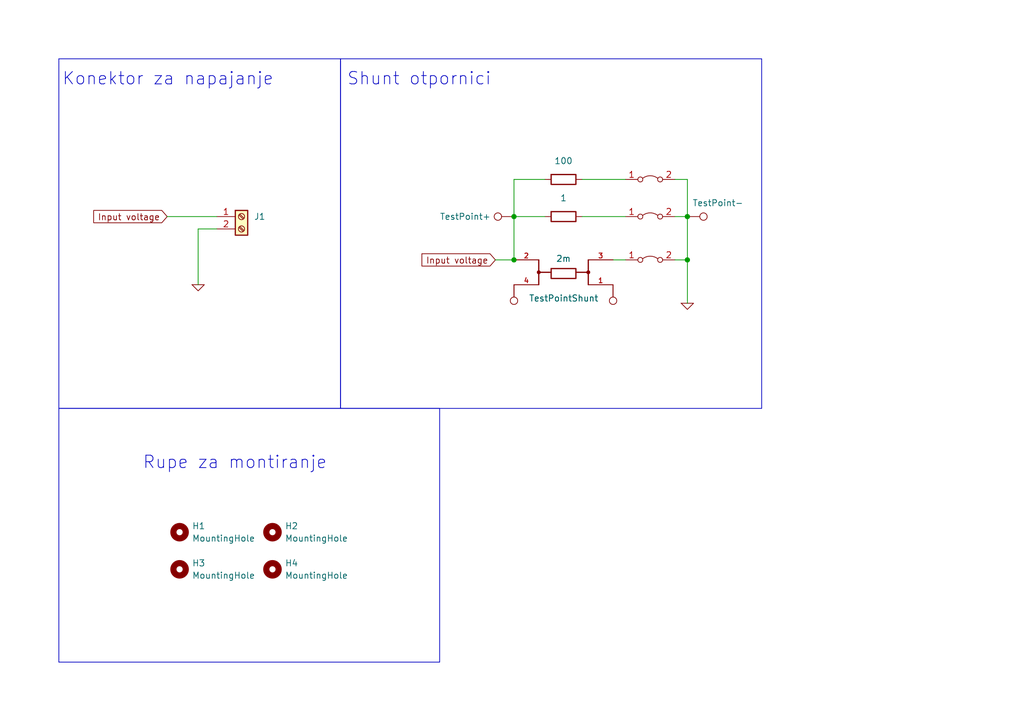
<source format=kicad_sch>
(kicad_sch (version 20231120) (generator "eeschema") (generator_version "8.0")
  (paper "A5")
  (title_block (title "Stujni šant"))
  (lib_symbols
    (symbol "Connector:Screw_Terminal_01x02" (pin_names (offset 1.016) hide)
      (property "Reference" "J" (at 0 2.54 0))
      (property "Value" "Screw_Terminal_01x02" (at 0 -5.08 0))
      (symbol "Screw_Terminal_01x02_1_1"
        (rectangle (start -1.27 1.27) (end 1.27 -3.81) (stroke (width 0.254)) (fill (type background)))
        (circle (center 0 -2.54) (radius 0.635) (stroke (width 0.1524)))
        (polyline (pts (xy -0.5334 -2.2098) (xy 0.3302 -3.048)) (stroke (width 0.1524)))
        (polyline (pts (xy -0.5334 0.3302) (xy 0.3302 -0.508)) (stroke (width 0.1524)))
        (polyline (pts (xy -0.3556 -2.032) (xy 0.508 -2.8702)) (stroke (width 0.1524)))
        (polyline (pts (xy -0.3556 0.508) (xy 0.508 -0.3302)) (stroke (width 0.1524)))
        (circle (center 0 0) (radius 0.635) (stroke (width 0.1524)))
        (pin passive line (at -5.08 0 0) (length 3.81) (name "Pin_1") (number "1"))
        (pin passive line (at -5.08 -2.54 0) (length 3.81) (name "Pin_2") (number "2"))
      )
    )
    (symbol "Connector:TestPoint" (pin_numbers hide) (pin_names (offset 0.762) hide)
      (property "Reference" "TP" (at 0 6.858 0))
      (property "Value" "TestPoint" (at 0 5.08 0))
      (symbol "TestPoint_0_1"
        (circle (center 0 3.302) (radius 0.762))
      )
      (symbol "TestPoint_1_1"
        (pin passive line (at 0 0 90) (length 2.54) (name "1") (number "1"))
      )
    )
    (symbol "Device:R" (pin_numbers hide) (pin_names (offset 0))
      (property "Reference" "R" (at 2.032 0 90))
      (property "Value" "R" (at 0 0 90))
      (symbol "R_0_1"
        (rectangle (start -1.016 -2.54) (end 1.016 2.54) (stroke (width 0.254)))
      )
      (symbol "R_1_1"
        (pin passive line (at 0 3.81 270) (length 1.27) (name "~") (number "1"))
        (pin passive line (at 0 -3.81 90) (length 1.27) (name "~") (number "2"))
      )
    )
    (symbol "Jumper:Jumper_2_Bridged" (pin_names (offset 0) hide)
      (property "Reference" "JP" (at 0 1.905 0))
      (property "Value" "Jumper_2_Bridged" (at 0 -2.54 0))
      (symbol "Jumper_2_Bridged_0_0"
        (circle (center -2.032 0) (radius 0.508))
        (circle (center 2.032 0) (radius 0.508))
      )
      (symbol "Jumper_2_Bridged_0_1"
        (arc (start 1.524 0.254) (mid 0 0.762) (end -1.524 0.254))
      )
      (symbol "Jumper_2_Bridged_1_1"
        (pin passive line (at -5.08 0 0) (length 2.54) (name "A") (number "1"))
        (pin passive line (at 5.08 0 180) (length 2.54) (name "B") (number "2"))
      )
    )
    (symbol "Mechanical:MountingHole" (pin_names (offset 1.016))
      (property "Reference" "H" (at 0 5.08 0))
      (property "Value" "MountingHole" (at 0 3.175 0))
      (symbol "MountingHole_0_1"
        (circle (center 0 0) (radius 1.27) (stroke (width 1.27)))
      )
    )
    (symbol "Simulation_SPICE:0" (power) (pin_names (offset 0))
      (property "Value" "0" (at 0 -1.778 0))
      (symbol "0_0_1"
        (polyline (pts (xy -1.27 0) (xy 0 -1.27) (xy 1.27 0) (xy -1.27 0)))
      )
      (symbol "0_1_1"
        (pin power_in line (at 0 0 0) (length 0) hide (name "0") (number "1"))
      )
    )
    (symbol "WSK12161L000FEA:WSK12161L000FEA" (pin_names (offset 1.016))
      (property "Value" "Shunt" (at 2.54 -2.794 0))
      (symbol "WSK12161L000FEA_0_0"
        (circle (center -2.54 0) (radius 0.2) (stroke (width 0.4)))
        (polyline (pts (xy -2.54 0) (xy -2.54 -2.54)) (stroke (width 0.254)))
        (polyline (pts (xy -2.54 2.54) (xy -2.54 0)) (stroke (width 0.254)))
        (polyline (pts (xy 7.62 0) (xy 5.08 0)) (stroke (width 0.254)))
        (polyline (pts (xy 7.62 0) (xy 7.62 -2.54)) (stroke (width 0.254)))
        (polyline (pts (xy 7.62 2.54) (xy 7.62 0)) (stroke (width 0.254)))
        (circle (center 7.62 0) (radius 0.2) (stroke (width 0.4)))
        (pin passive line (at 12.7 -2.54 180) (length 5.08) (name "~") (number "2"))
        (pin passive line (at -7.62 -2.54 0) (length 5.08) (name "~") (number "3"))
        (pin passive line (at 12.7 2.54 180) (length 5.08) (name "~") (number "4"))
      )
      (symbol "WSK12161L000FEA_0_1"
        (polyline (pts (xy -1.27 0) (xy 0 0)))
        (rectangle (start 0 1.27) (end 5.08 -0.762) (stroke (width 0.254)))
      )
      (symbol "WSK12161L000FEA_1_0"
        (pin passive line (at -7.62 2.54 0) (length 5.08) (name "~") (number "1"))
      )
      (symbol "WSK12161L000FEA_1_1"
        (polyline (pts (xy -2.54 0) (xy 0 0)) (stroke (width 0.254)))
      )
    )
  )
  (junction (at 105.41 44.45))
  (junction (at 105.41 53.34))
  (junction (at 140.97 44.45))
  (junction (at 140.97 53.34))
  (wire (pts (xy 138.43 36.83) (xy 140.97 36.83)))
  (wire (pts (xy 105.41 36.83) (xy 111.76 36.83)))
  (wire (pts (xy 119.38 44.45) (xy 128.27 44.45)))
  (wire (pts (xy 105.41 44.45) (xy 111.76 44.45)))
  (wire (pts (xy 44.45 44.45) (xy 34.29 44.45)))
  (wire (pts (xy 125.73 53.34) (xy 128.27 53.34)))
  (wire (pts (xy 119.38 36.83) (xy 128.27 36.83)))
  (wire (pts (xy 140.97 44.45) (xy 140.97 53.34)))
  (wire (pts (xy 105.41 36.83) (xy 105.41 44.45)))
  (wire (pts (xy 138.43 53.34) (xy 140.97 53.34)))
  (wire (pts (xy 40.64 46.99) (xy 40.64 58.42)))
  (wire (pts (xy 140.97 36.83) (xy 140.97 44.45)))
  (wire (pts (xy 140.97 53.34) (xy 140.97 62.23)))
  (wire (pts (xy 138.43 44.45) (xy 140.97 44.45)))
  (wire (pts (xy 40.64 46.99) (xy 44.45 46.99)))
  (wire (pts (xy 105.41 44.45) (xy 105.41 53.34)))
  (wire (pts (xy 101.6 53.34) (xy 105.41 53.34)))
  (rectangle (start 69.85 12.065) (end 156.21 83.82))
  (rectangle (start 12.065 83.82) (end 90.17 135.89))
  (rectangle (start 12.065 12.065) (end 69.85 83.82))
  (text "Konektor za napajanje" (at 12.7 17.78 0) (effects (font (size 2.54 2.54)) (justify left bottom)))
  (text "Shunt otpornici" (at 71.12 17.78 0) (effects (font (size 2.54 2.54)) (justify left bottom)))
  (text "Rupe za montiranje\n" (at 29.21 96.52 0) (effects (font (size 2.54 2.54)) (justify left bottom)))
  (global_label "Input voltage" (shape input) (at 101.6 53.34 180) (property "Intersheetrefs" "${INTERSHEET_REFS}" (effects (hide yes))))
  (global_label "Input voltage" (shape input) (at 34.29 44.45 180) (property "Intersheetrefs" "${INTERSHEET_REFS}" (effects (hide yes))))
  (symbol (lib_id "WSK12161L000FEA:WSK12161L000FEA") (at 118.11 55.88 180) (unit 1)
    (property "Reference" "R1" (effects (hide yes)))
    (property "Value" "2m" (at 115.57 53.086 0))
    (property "Footprint" "WSK12161L000FEA (1):RES_WSK12161L000FEA" (effects (hide yes)))
    (property "PARTREV" "02-Aug-2024" (effects (hide yes)))
    (property "STANDARD" "Manufacturer Recommendations" (effects (hide yes)))
    (property "SNAPEDA_PACKAGE_ID" "43889" (effects (hide yes)))
    (property "MAXIMUM_PACKAGE_HEIGHT" "1.9 mm" (effects (hide yes)))
    (property "MANUFACTURER" "Vishay" (effects (hide yes)))
  )
  (symbol (lib_id "Simulation_SPICE:0") (at 140.97 62.23 0) (unit 1)
    (property "Reference" "#GND04" (effects (hide yes)))
    (property "Value" "0" (effects (hide yes)))
  )
  (symbol (lib_id "Mechanical:MountingHole") (at 36.83 116.84 0) (unit 1)
    (property "Reference" "H3" (at 39.37 115.57 0) (effects (justify left)))
    (property "Value" "MountingHole" (at 39.37 118.11 0) (effects (justify left)))
    (property "Footprint" "MountingHole:MountingHole_3.2mm_M3_ISO14580_Pad_TopBottom" (effects (hide yes)))
  )
  (symbol (lib_id "Connector:TestPoint") (at 125.73 58.42 180) (unit 1)
    (property "Reference" "TP7" (effects (hide yes)))
    (property "Value" "TestPointShunt" (effects (hide yes)))
    (property "Footprint" "Connector_PinHeader_2.54mm:PinHeader_1x01_P2.54mm_Vertical" (effects (hide yes)))
    (property "Description" "test point" (effects (hide yes)))
  )
  (symbol (lib_id "Device:R") (at 115.57 36.83 90) (unit 1)
    (property "Reference" "R3" (effects (hide yes)))
    (property "Value" "100" (at 115.57 33.02 90))
    (property "Footprint" "Resistor_SMD:R_1206_3216Metric_Pad1.30x1.75mm_HandSolder" (effects (hide yes)))
    (property "Description" "Resistor" (effects (hide yes)))
    (property "LCSC" " C17900" (effects (hide yes)))
  )
  (symbol (lib_id "Jumper:Jumper_2_Bridged") (at 133.35 53.34 0) (unit 1)
    (property "Reference" "JP3" (effects (hide yes)))
    (property "Value" "Jumper" (effects (hide yes)))
    (property "Footprint" "Connector_PinHeader_2.54mm:PinHeader_1x02_P2.54mm_Vertical" (effects (hide yes)))
    (property "LCSC" "C124375" (effects (hide yes)))
  )
  (symbol (lib_id "Device:R") (at 115.57 44.45 90) (unit 1)
    (property "Reference" "R4" (effects (hide yes)))
    (property "Value" "1" (at 115.57 40.64 90))
    (property "Footprint" "Resistor_SMD:R_1206_3216Metric_Pad1.30x1.75mm_HandSolder" (effects (hide yes)))
    (property "Description" "Resistor" (effects (hide yes)))
    (property "LCSC" "C17902" (effects (hide yes)))
  )
  (symbol (lib_id "Jumper:Jumper_2_Bridged") (at 133.35 36.83 0) (unit 1)
    (property "Reference" "JP1" (effects (hide yes)))
    (property "Value" "Jumper" (effects (hide yes)))
    (property "Footprint" "Connector_PinHeader_2.54mm:PinHeader_1x02_P2.54mm_Vertical" (effects (hide yes)))
  )
  (symbol (lib_id "Connector:Screw_Terminal_01x02") (at 49.53 44.45 0) (unit 1) (exclude_from_sim yes)
    (property "Reference" "J1" (at 52.07 44.45 0) (effects (justify left)))
    (property "Value" "Screw_Terminal_01x02" (effects (hide yes)))
    (property "Footprint" "TerminalBlock_Phoenix:TerminalBlock_Phoenix_MKDS-1,5-2-5.08_1x02_P5.08mm_Horizontal" (effects (hide yes)))
  )
  (symbol (lib_id "Mechanical:MountingHole") (at 55.88 109.22 0) (unit 1)
    (property "Reference" "H2" (at 58.42 107.95 0) (effects (justify left)))
    (property "Value" "MountingHole" (at 58.42 110.49 0) (effects (justify left)))
    (property "Footprint" "MountingHole:MountingHole_3.2mm_M3_ISO14580_Pad_TopBottom" (effects (hide yes)))
  )
  (symbol (lib_id "Connector:TestPoint") (at 105.41 58.42 180) (unit 1)
    (property "Reference" "TP6" (effects (hide yes)))
    (property "Value" "TestPointShunt" (at 108.458 61.214 0) (effects (justify right)))
    (property "Footprint" "Connector_PinHeader_2.54mm:PinHeader_1x01_P2.54mm_Vertical" (effects (hide yes)))
    (property "Description" "test point" (effects (hide yes)))
  )
  (symbol (lib_id "Simulation_SPICE:0") (at 40.64 58.42 0) (unit 1)
    (property "Reference" "#GND02" (effects (hide yes)))
    (property "Value" "0" (effects (hide yes)))
  )
  (symbol (lib_id "Mechanical:MountingHole") (at 36.83 109.22 0) (unit 1)
    (property "Reference" "H1" (at 39.37 107.95 0) (effects (justify left)))
    (property "Value" "MountingHole" (at 39.37 110.49 0) (effects (justify left)))
    (property "Footprint" "MountingHole:MountingHole_3.2mm_M3_ISO14580_Pad_TopBottom" (effects (hide yes)))
  )
  (symbol (lib_id "Mechanical:MountingHole") (at 55.88 116.84 0) (unit 1)
    (property "Reference" "H4" (at 58.42 115.57 0) (effects (justify left)))
    (property "Value" "MountingHole" (at 58.42 118.11 0) (effects (justify left)))
    (property "Footprint" "MountingHole:MountingHole_3.2mm_M3_ISO14580_Pad_TopBottom" (effects (hide yes)))
  )
  (symbol (lib_id "Connector:TestPoint") (at 140.97 44.45 270) (unit 1)
    (property "Reference" "TP8" (effects (hide yes)))
    (property "Value" "TestPoint-" (at 141.986 41.656 90) (effects (justify left)))
    (property "Footprint" "Connector_PinHeader_2.54mm:PinHeader_1x01_P2.54mm_Vertical" (effects (hide yes)))
    (property "Description" "test point" (effects (hide yes)))
  )
  (symbol (lib_id "Jumper:Jumper_2_Bridged") (at 133.35 44.45 0) (unit 1)
    (property "Reference" "JP2" (effects (hide yes)))
    (property "Value" "Jumper" (effects (hide yes)))
    (property "Footprint" "Connector_PinHeader_2.54mm:PinHeader_1x02_P2.54mm_Vertical" (effects (hide yes)))
  )
  (symbol (lib_id "Connector:TestPoint") (at 105.41 44.45 90) (unit 1)
    (property "Reference" "TP3" (effects (hide yes)))
    (property "Value" "TestPoint+" (at 90.17 44.45 90) (effects (justify right)))
    (property "Footprint" "Connector_PinHeader_2.54mm:PinHeader_1x01_P2.54mm_Vertical" (effects (hide yes)))
    (property "Description" "test point" (effects (hide yes)))
  )
)
</source>
